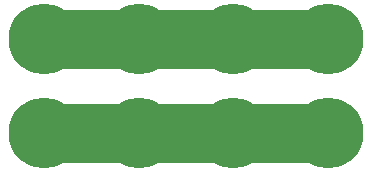
<source format=gbl>
%TF.GenerationSoftware,KiCad,Pcbnew,4.0.5-e0-6337~49~ubuntu16.04.1*%
%TF.CreationDate,2017-01-17T11:54:28-08:00*%
%TF.ProjectId,2x2-12mm-Square-SMT-Pushbutton,3278322D31326D6D2D5371756172652D,v1.0*%
%TF.FileFunction,Copper,L2,Bot,Signal*%
%FSLAX46Y46*%
G04 Gerber Fmt 4.6, Leading zero omitted, Abs format (unit mm)*
G04 Created by KiCad (PCBNEW 4.0.5-e0-6337~49~ubuntu16.04.1) date Tue Jan 17 11:54:28 2017*
%MOMM*%
%LPD*%
G01*
G04 APERTURE LIST*
%ADD10C,0.350000*%
%ADD11C,6.000000*%
%ADD12C,5.000000*%
%ADD13C,0.350000*%
G04 APERTURE END LIST*
D10*
D11*
X152590500Y-102933500D03*
X144590500Y-102933500D03*
X136590500Y-102933500D03*
X128590500Y-102933500D03*
X128590500Y-94933500D03*
X136590500Y-94933500D03*
X144590500Y-94933500D03*
X152590500Y-94933500D03*
D12*
X128587500Y-102933500D02*
X152590500Y-102933500D01*
X152590500Y-94933500D02*
X128590500Y-94933500D01*
D13*
X152590500Y-102933500D03*
X144590500Y-102933500D03*
X136590500Y-102933500D03*
X128590500Y-102933500D03*
X128590500Y-94933500D03*
X136590500Y-94933500D03*
X144590500Y-94933500D03*
X152590500Y-94933500D03*
M02*

</source>
